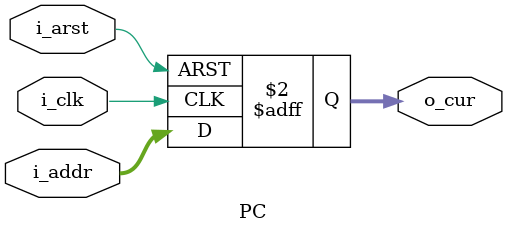
<source format=v>
`timescale 1ns / 1ps


module PC(i_clk, i_arst, i_addr, o_cur);
input i_clk, i_arst;
input [31:0] i_addr;
output reg [31:0] o_cur;
always @(posedge i_clk or posedge i_arst) begin
    if(i_arst) begin
        o_cur <= 32'h00400000;
    end else begin
        o_cur <= i_addr;
    end
end
endmodule

</source>
